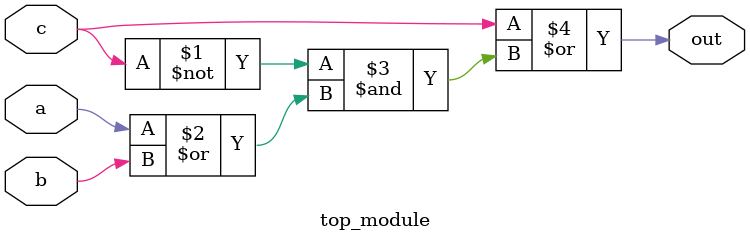
<source format=v>
module top_module(
    input a,
    input b,
    input c,
    output out ); 
    assign out=c|(~c)&(a|b);

endmodule

</source>
